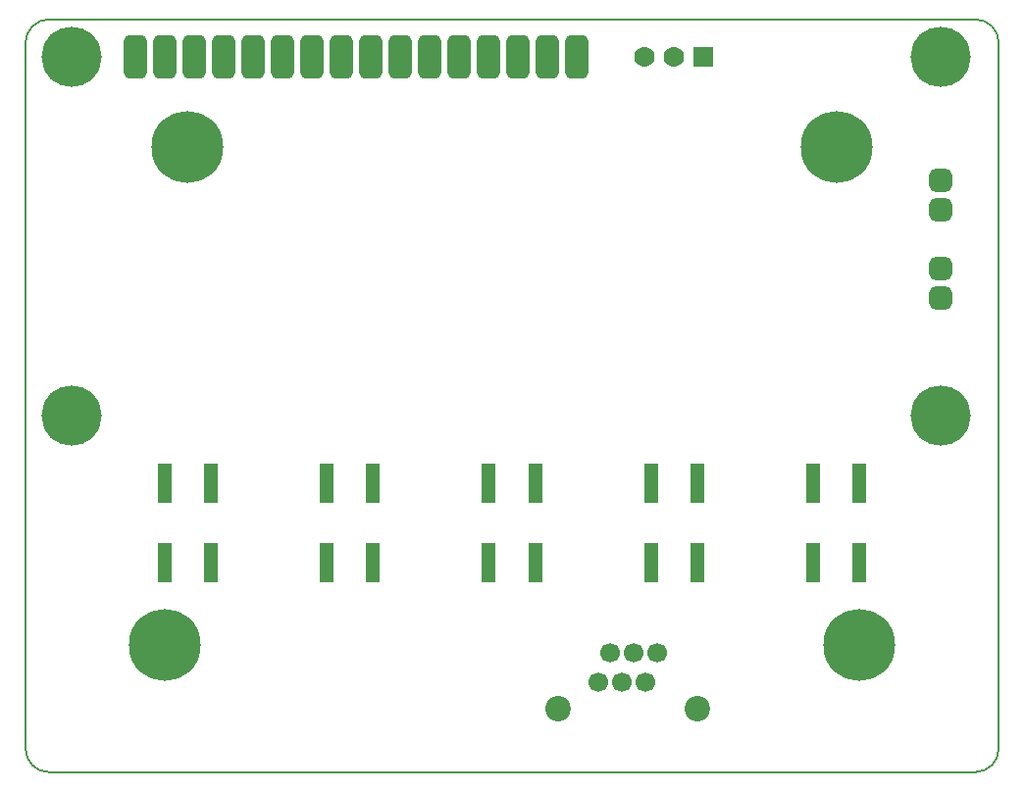
<source format=gts>
G04 Layer_Color=8388736*
%FSAX44Y44*%
%MOMM*%
G71*
G01*
G75*
%ADD15C,0.2000*%
%ADD40R,1.2000X3.4000*%
%ADD41C,1.7000*%
%ADD42C,2.2000*%
%ADD43C,6.2000*%
G04:AMPARAMS|DCode=44|XSize=2mm|YSize=2mm|CornerRadius=0.55mm|HoleSize=0mm|Usage=FLASHONLY|Rotation=0.000|XOffset=0mm|YOffset=0mm|HoleType=Round|Shape=RoundedRectangle|*
%AMROUNDEDRECTD44*
21,1,2.0000,0.9000,0,0,0.0*
21,1,0.9000,2.0000,0,0,0.0*
1,1,1.1000,0.4500,-0.4500*
1,1,1.1000,-0.4500,-0.4500*
1,1,1.1000,-0.4500,0.4500*
1,1,1.1000,0.4500,0.4500*
%
%ADD44ROUNDEDRECTD44*%
G04:AMPARAMS|DCode=45|XSize=2mm|YSize=3.8mm|CornerRadius=0.55mm|HoleSize=0mm|Usage=FLASHONLY|Rotation=0.000|XOffset=0mm|YOffset=0mm|HoleType=Round|Shape=RoundedRectangle|*
%AMROUNDEDRECTD45*
21,1,2.0000,2.7000,0,0,0.0*
21,1,0.9000,3.8000,0,0,0.0*
1,1,1.1000,0.4500,-1.3500*
1,1,1.1000,-0.4500,-1.3500*
1,1,1.1000,-0.4500,1.3500*
1,1,1.1000,0.4500,1.3500*
%
%ADD45ROUNDEDRECTD45*%
%ADD46C,5.2000*%
%ADD47C,1.7750*%
%ADD48R,1.7750X1.7750*%
D15*
X00020000Y00000000D02*
X00820000Y00000000D01*
D02*
G03*
X00840000Y00020000I00000000J00020000D01*
G01*
Y00630000D01*
X00840000D02*
G03*
X00820000Y00650000I-00020000J-00000000D01*
G01*
X00020000D01*
D02*
G03*
X00000000Y00630000I00000000J-00020000D01*
G01*
Y00020000D01*
D02*
G03*
X00020000Y00000000I00020000J00000000D01*
G01*
D40*
X00300000Y00181000D02*
D03*
X00260000D02*
D03*
X00300000Y00249000D02*
D03*
X00260000D02*
D03*
X00160000Y00249000D02*
D03*
X00120000D02*
D03*
Y00181000D02*
D03*
X00160000D02*
D03*
X00400000Y00181000D02*
D03*
X00440000D02*
D03*
Y00249000D02*
D03*
X00400000D02*
D03*
X00540000Y00181000D02*
D03*
X00580000D02*
D03*
Y00249000D02*
D03*
X00540000D02*
D03*
X00680000Y00181000D02*
D03*
X00720000D02*
D03*
Y00249000D02*
D03*
X00680000D02*
D03*
D41*
X00494500Y00077800D02*
D03*
X00514900D02*
D03*
X00535300D02*
D03*
X00545500Y00103200D02*
D03*
X00525100D02*
D03*
X00504700D02*
D03*
D42*
X00460000Y00054800D02*
D03*
X00580000D02*
D03*
D43*
X00120000Y00110000D02*
D03*
X00140000Y00540000D02*
D03*
X00700000D02*
D03*
X00720000Y00110000D02*
D03*
D44*
X00789500Y00409200D02*
D03*
Y00434600D02*
D03*
Y00485400D02*
D03*
Y00510800D02*
D03*
D45*
X00475500Y00618000D02*
D03*
X00450100D02*
D03*
X00424700D02*
D03*
X00399300D02*
D03*
X00373900D02*
D03*
X00348500D02*
D03*
X00323100D02*
D03*
X00297700D02*
D03*
X00272300D02*
D03*
X00246900D02*
D03*
X00221500D02*
D03*
X00196100D02*
D03*
X00170700D02*
D03*
X00145300D02*
D03*
X00119900D02*
D03*
X00094500D02*
D03*
D46*
X00039500Y00308000D02*
D03*
Y00618000D02*
D03*
X00789500Y00308000D02*
D03*
Y00618000D02*
D03*
D47*
X00560000Y00618000D02*
D03*
X00534600D02*
D03*
D48*
X00585400Y00618000D02*
D03*
M02*

</source>
